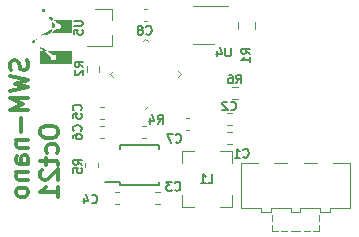
<source format=gbo>
G04 #@! TF.GenerationSoftware,KiCad,Pcbnew,(5.1.10)-1*
G04 #@! TF.CreationDate,2021-10-05T14:15:47-05:00*
G04 #@! TF.ProjectId,wireless_measurement_ard,77697265-6c65-4737-935f-6d6561737572,rev?*
G04 #@! TF.SameCoordinates,Original*
G04 #@! TF.FileFunction,Legend,Bot*
G04 #@! TF.FilePolarity,Positive*
%FSLAX46Y46*%
G04 Gerber Fmt 4.6, Leading zero omitted, Abs format (unit mm)*
G04 Created by KiCad (PCBNEW (5.1.10)-1) date 2021-10-05 14:15:47*
%MOMM*%
%LPD*%
G01*
G04 APERTURE LIST*
%ADD10C,0.300000*%
%ADD11C,0.010000*%
%ADD12C,0.150000*%
%ADD13C,0.120000*%
%ADD14R,1.400000X0.300000*%
%ADD15R,0.900000X0.800000*%
%ADD16O,1.700000X1.700000*%
%ADD17R,1.700000X1.700000*%
%ADD18C,0.900000*%
%ADD19R,1.250000X2.500000*%
%ADD20C,0.100000*%
%ADD21R,1.560000X0.650000*%
%ADD22R,3.600000X1.500000*%
G04 APERTURE END LIST*
D10*
X112666942Y-79997457D02*
X112738371Y-80211742D01*
X112738371Y-80568885D01*
X112666942Y-80711742D01*
X112595514Y-80783171D01*
X112452657Y-80854600D01*
X112309800Y-80854600D01*
X112166942Y-80783171D01*
X112095514Y-80711742D01*
X112024085Y-80568885D01*
X111952657Y-80283171D01*
X111881228Y-80140314D01*
X111809800Y-80068885D01*
X111666942Y-79997457D01*
X111524085Y-79997457D01*
X111381228Y-80068885D01*
X111309800Y-80140314D01*
X111238371Y-80283171D01*
X111238371Y-80640314D01*
X111309800Y-80854600D01*
X111238371Y-81354600D02*
X112738371Y-81711742D01*
X111666942Y-81997457D01*
X112738371Y-82283171D01*
X111238371Y-82640314D01*
X112738371Y-83211742D02*
X111238371Y-83211742D01*
X112309800Y-83711742D01*
X111238371Y-84211742D01*
X112738371Y-84211742D01*
X112166942Y-84926028D02*
X112166942Y-86068885D01*
X111738371Y-86783171D02*
X112738371Y-86783171D01*
X111881228Y-86783171D02*
X111809800Y-86854600D01*
X111738371Y-86997457D01*
X111738371Y-87211742D01*
X111809800Y-87354600D01*
X111952657Y-87426028D01*
X112738371Y-87426028D01*
X112738371Y-88783171D02*
X111952657Y-88783171D01*
X111809800Y-88711742D01*
X111738371Y-88568885D01*
X111738371Y-88283171D01*
X111809800Y-88140314D01*
X112666942Y-88783171D02*
X112738371Y-88640314D01*
X112738371Y-88283171D01*
X112666942Y-88140314D01*
X112524085Y-88068885D01*
X112381228Y-88068885D01*
X112238371Y-88140314D01*
X112166942Y-88283171D01*
X112166942Y-88640314D01*
X112095514Y-88783171D01*
X111738371Y-89497457D02*
X112738371Y-89497457D01*
X111881228Y-89497457D02*
X111809800Y-89568885D01*
X111738371Y-89711742D01*
X111738371Y-89926028D01*
X111809800Y-90068885D01*
X111952657Y-90140314D01*
X112738371Y-90140314D01*
X112738371Y-91068885D02*
X112666942Y-90926028D01*
X112595514Y-90854600D01*
X112452657Y-90783171D01*
X112024085Y-90783171D01*
X111881228Y-90854600D01*
X111809800Y-90926028D01*
X111738371Y-91068885D01*
X111738371Y-91283171D01*
X111809800Y-91426028D01*
X111881228Y-91497457D01*
X112024085Y-91568885D01*
X112452657Y-91568885D01*
X112595514Y-91497457D01*
X112666942Y-91426028D01*
X112738371Y-91283171D01*
X112738371Y-91068885D01*
X113788371Y-85926028D02*
X113788371Y-86211742D01*
X113859800Y-86354600D01*
X114002657Y-86497457D01*
X114288371Y-86568885D01*
X114788371Y-86568885D01*
X115074085Y-86497457D01*
X115216942Y-86354600D01*
X115288371Y-86211742D01*
X115288371Y-85926028D01*
X115216942Y-85783171D01*
X115074085Y-85640314D01*
X114788371Y-85568885D01*
X114288371Y-85568885D01*
X114002657Y-85640314D01*
X113859800Y-85783171D01*
X113788371Y-85926028D01*
X115216942Y-87854600D02*
X115288371Y-87711742D01*
X115288371Y-87426028D01*
X115216942Y-87283171D01*
X115145514Y-87211742D01*
X115002657Y-87140314D01*
X114574085Y-87140314D01*
X114431228Y-87211742D01*
X114359800Y-87283171D01*
X114288371Y-87426028D01*
X114288371Y-87711742D01*
X114359800Y-87854600D01*
X114288371Y-88283171D02*
X114288371Y-88854600D01*
X113788371Y-88497457D02*
X115074085Y-88497457D01*
X115216942Y-88568885D01*
X115288371Y-88711742D01*
X115288371Y-88854600D01*
X113931228Y-89283171D02*
X113859800Y-89354600D01*
X113788371Y-89497457D01*
X113788371Y-89854600D01*
X113859800Y-89997457D01*
X113931228Y-90068885D01*
X114074085Y-90140314D01*
X114216942Y-90140314D01*
X114431228Y-90068885D01*
X115288371Y-89211742D01*
X115288371Y-90140314D01*
X115288371Y-91568885D02*
X115288371Y-90711742D01*
X115288371Y-91140314D02*
X113788371Y-91140314D01*
X114002657Y-90997457D01*
X114145514Y-90854600D01*
X114216942Y-90711742D01*
D11*
G36*
X112972465Y-78312634D02*
G01*
X113021413Y-78250124D01*
X113096436Y-78212775D01*
X113183177Y-78206699D01*
X113207190Y-78207966D01*
X113232430Y-78205649D01*
X113262598Y-78197804D01*
X113301395Y-78182487D01*
X113352524Y-78157751D01*
X113419685Y-78121653D01*
X113506579Y-78072249D01*
X113616908Y-78007593D01*
X113754373Y-77925741D01*
X113922675Y-77824748D01*
X114008958Y-77772839D01*
X114744500Y-77330147D01*
X114744013Y-76988382D01*
X114743526Y-76646616D01*
X114400055Y-76291146D01*
X114290328Y-76177918D01*
X114205471Y-76091670D01*
X114141128Y-76028756D01*
X114092941Y-75985531D01*
X114056553Y-75958351D01*
X114027607Y-75943570D01*
X114001745Y-75937543D01*
X113976246Y-75936605D01*
X113892518Y-75918975D01*
X113827366Y-75870312D01*
X113787118Y-75800105D01*
X113778103Y-75717843D01*
X113792520Y-75661113D01*
X113825227Y-75605489D01*
X113863127Y-75566273D01*
X113927220Y-75541703D01*
X114006988Y-75536989D01*
X114080317Y-75552911D01*
X114091517Y-75558237D01*
X114136116Y-75601972D01*
X114169367Y-75670054D01*
X114184158Y-75744710D01*
X114181600Y-75783411D01*
X114180017Y-75804641D01*
X114185964Y-75828504D01*
X114202705Y-75859150D01*
X114233505Y-75900726D01*
X114281629Y-75957381D01*
X114350341Y-76033262D01*
X114442907Y-76132519D01*
X114524130Y-76218644D01*
X114878696Y-76593700D01*
X116416667Y-76593700D01*
X116416667Y-77588533D01*
X115580584Y-77588533D01*
X115368192Y-77588371D01*
X115194400Y-77587791D01*
X115055475Y-77586651D01*
X114947684Y-77584809D01*
X114867294Y-77582123D01*
X114810572Y-77578452D01*
X114788955Y-77575634D01*
X114788955Y-77447300D01*
X114822793Y-77432679D01*
X114879496Y-77400378D01*
X114964961Y-77348517D01*
X114992910Y-77331420D01*
X115066438Y-77288904D01*
X115116400Y-77267723D01*
X115153494Y-77264350D01*
X115177327Y-77270619D01*
X115250686Y-77278060D01*
X115324339Y-77253349D01*
X115381302Y-77202978D01*
X115389736Y-77189413D01*
X115415711Y-77130847D01*
X115417432Y-77081547D01*
X115401576Y-77030008D01*
X115366605Y-76981629D01*
X115310052Y-76940870D01*
X115248674Y-76917578D01*
X115209912Y-76917400D01*
X115176637Y-76908857D01*
X115122466Y-76869944D01*
X115045422Y-76799162D01*
X115017122Y-76771055D01*
X114927099Y-76685753D01*
X114859423Y-76633439D01*
X114815109Y-76614895D01*
X114813822Y-76614866D01*
X114776352Y-76620623D01*
X114765667Y-76630273D01*
X114779697Y-76650748D01*
X114817633Y-76694062D01*
X114873243Y-76753324D01*
X114923600Y-76804898D01*
X115081532Y-76964116D01*
X115066386Y-77068740D01*
X115057002Y-77122289D01*
X115042071Y-77159682D01*
X115013197Y-77191037D01*
X114961984Y-77226473D01*
X114908453Y-77259060D01*
X114834864Y-77305369D01*
X114791494Y-77339879D01*
X114770907Y-77370132D01*
X114765667Y-77403671D01*
X114765667Y-77403890D01*
X114766289Y-77431025D01*
X114772086Y-77446122D01*
X114788955Y-77447300D01*
X114788955Y-77575634D01*
X114773786Y-77573655D01*
X114753203Y-77567588D01*
X114745090Y-77560111D01*
X114744500Y-77556783D01*
X114735920Y-77528893D01*
X114728625Y-77525562D01*
X114707531Y-77536291D01*
X114654364Y-77566619D01*
X114573210Y-77614125D01*
X114468153Y-77676385D01*
X114343276Y-77750981D01*
X114202664Y-77835489D01*
X114050400Y-77927489D01*
X114037157Y-77935513D01*
X113861931Y-78041912D01*
X113719649Y-78128955D01*
X113606907Y-78198990D01*
X113520301Y-78254366D01*
X113456429Y-78297431D01*
X113411888Y-78330532D01*
X113383275Y-78356019D01*
X113367185Y-78376239D01*
X113360218Y-78393541D01*
X113359002Y-78403460D01*
X113361123Y-78422299D01*
X113371377Y-78443900D01*
X113393176Y-78471317D01*
X113429931Y-78507605D01*
X113485052Y-78555820D01*
X113561952Y-78619016D01*
X113664040Y-78700249D01*
X113794728Y-78802572D01*
X113870246Y-78861341D01*
X114384053Y-79260700D01*
X116416667Y-79260700D01*
X116416667Y-80255533D01*
X114872183Y-80255533D01*
X114872183Y-79914809D01*
X114949684Y-79883530D01*
X114962479Y-79874111D01*
X115010126Y-79812712D01*
X115025194Y-79737949D01*
X115008544Y-79662415D01*
X114961035Y-79598704D01*
X114942710Y-79584954D01*
X114868308Y-79560905D01*
X114819561Y-79563358D01*
X114784497Y-79566060D01*
X114750212Y-79558973D01*
X114708593Y-79537881D01*
X114651530Y-79498569D01*
X114570912Y-79436820D01*
X114560679Y-79428808D01*
X114468238Y-79358914D01*
X114399678Y-79313880D01*
X114347952Y-79289658D01*
X114306011Y-79282202D01*
X114305292Y-79282197D01*
X114258437Y-79284450D01*
X114236690Y-79290379D01*
X114236500Y-79291062D01*
X114252276Y-79306683D01*
X114295463Y-79342961D01*
X114359853Y-79394831D01*
X114439238Y-79457225D01*
X114457368Y-79471296D01*
X114546875Y-79541068D01*
X114607838Y-79590972D01*
X114645309Y-79626900D01*
X114664339Y-79654744D01*
X114669980Y-79680395D01*
X114667283Y-79709744D01*
X114666424Y-79715118D01*
X114663956Y-79768496D01*
X114682572Y-79811322D01*
X114719095Y-79852385D01*
X114794210Y-79904328D01*
X114872183Y-79914809D01*
X114872183Y-80255533D01*
X113770834Y-80255533D01*
X113770834Y-79262348D01*
X114132748Y-79250116D01*
X113707967Y-78922033D01*
X113577568Y-78821503D01*
X113475911Y-78744018D01*
X113398299Y-78686665D01*
X113340034Y-78646531D01*
X113296417Y-78620704D01*
X113262750Y-78606269D01*
X113234336Y-78600314D01*
X113206476Y-78599926D01*
X113190217Y-78600989D01*
X113095431Y-78596733D01*
X113028239Y-78564542D01*
X112981376Y-78500502D01*
X112974249Y-78484598D01*
X112954956Y-78393170D01*
X112972465Y-78312634D01*
G37*
X112972465Y-78312634D02*
X113021413Y-78250124D01*
X113096436Y-78212775D01*
X113183177Y-78206699D01*
X113207190Y-78207966D01*
X113232430Y-78205649D01*
X113262598Y-78197804D01*
X113301395Y-78182487D01*
X113352524Y-78157751D01*
X113419685Y-78121653D01*
X113506579Y-78072249D01*
X113616908Y-78007593D01*
X113754373Y-77925741D01*
X113922675Y-77824748D01*
X114008958Y-77772839D01*
X114744500Y-77330147D01*
X114744013Y-76988382D01*
X114743526Y-76646616D01*
X114400055Y-76291146D01*
X114290328Y-76177918D01*
X114205471Y-76091670D01*
X114141128Y-76028756D01*
X114092941Y-75985531D01*
X114056553Y-75958351D01*
X114027607Y-75943570D01*
X114001745Y-75937543D01*
X113976246Y-75936605D01*
X113892518Y-75918975D01*
X113827366Y-75870312D01*
X113787118Y-75800105D01*
X113778103Y-75717843D01*
X113792520Y-75661113D01*
X113825227Y-75605489D01*
X113863127Y-75566273D01*
X113927220Y-75541703D01*
X114006988Y-75536989D01*
X114080317Y-75552911D01*
X114091517Y-75558237D01*
X114136116Y-75601972D01*
X114169367Y-75670054D01*
X114184158Y-75744710D01*
X114181600Y-75783411D01*
X114180017Y-75804641D01*
X114185964Y-75828504D01*
X114202705Y-75859150D01*
X114233505Y-75900726D01*
X114281629Y-75957381D01*
X114350341Y-76033262D01*
X114442907Y-76132519D01*
X114524130Y-76218644D01*
X114878696Y-76593700D01*
X116416667Y-76593700D01*
X116416667Y-77588533D01*
X115580584Y-77588533D01*
X115368192Y-77588371D01*
X115194400Y-77587791D01*
X115055475Y-77586651D01*
X114947684Y-77584809D01*
X114867294Y-77582123D01*
X114810572Y-77578452D01*
X114788955Y-77575634D01*
X114788955Y-77447300D01*
X114822793Y-77432679D01*
X114879496Y-77400378D01*
X114964961Y-77348517D01*
X114992910Y-77331420D01*
X115066438Y-77288904D01*
X115116400Y-77267723D01*
X115153494Y-77264350D01*
X115177327Y-77270619D01*
X115250686Y-77278060D01*
X115324339Y-77253349D01*
X115381302Y-77202978D01*
X115389736Y-77189413D01*
X115415711Y-77130847D01*
X115417432Y-77081547D01*
X115401576Y-77030008D01*
X115366605Y-76981629D01*
X115310052Y-76940870D01*
X115248674Y-76917578D01*
X115209912Y-76917400D01*
X115176637Y-76908857D01*
X115122466Y-76869944D01*
X115045422Y-76799162D01*
X115017122Y-76771055D01*
X114927099Y-76685753D01*
X114859423Y-76633439D01*
X114815109Y-76614895D01*
X114813822Y-76614866D01*
X114776352Y-76620623D01*
X114765667Y-76630273D01*
X114779697Y-76650748D01*
X114817633Y-76694062D01*
X114873243Y-76753324D01*
X114923600Y-76804898D01*
X115081532Y-76964116D01*
X115066386Y-77068740D01*
X115057002Y-77122289D01*
X115042071Y-77159682D01*
X115013197Y-77191037D01*
X114961984Y-77226473D01*
X114908453Y-77259060D01*
X114834864Y-77305369D01*
X114791494Y-77339879D01*
X114770907Y-77370132D01*
X114765667Y-77403671D01*
X114765667Y-77403890D01*
X114766289Y-77431025D01*
X114772086Y-77446122D01*
X114788955Y-77447300D01*
X114788955Y-77575634D01*
X114773786Y-77573655D01*
X114753203Y-77567588D01*
X114745090Y-77560111D01*
X114744500Y-77556783D01*
X114735920Y-77528893D01*
X114728625Y-77525562D01*
X114707531Y-77536291D01*
X114654364Y-77566619D01*
X114573210Y-77614125D01*
X114468153Y-77676385D01*
X114343276Y-77750981D01*
X114202664Y-77835489D01*
X114050400Y-77927489D01*
X114037157Y-77935513D01*
X113861931Y-78041912D01*
X113719649Y-78128955D01*
X113606907Y-78198990D01*
X113520301Y-78254366D01*
X113456429Y-78297431D01*
X113411888Y-78330532D01*
X113383275Y-78356019D01*
X113367185Y-78376239D01*
X113360218Y-78393541D01*
X113359002Y-78403460D01*
X113361123Y-78422299D01*
X113371377Y-78443900D01*
X113393176Y-78471317D01*
X113429931Y-78507605D01*
X113485052Y-78555820D01*
X113561952Y-78619016D01*
X113664040Y-78700249D01*
X113794728Y-78802572D01*
X113870246Y-78861341D01*
X114384053Y-79260700D01*
X116416667Y-79260700D01*
X116416667Y-80255533D01*
X114872183Y-80255533D01*
X114872183Y-79914809D01*
X114949684Y-79883530D01*
X114962479Y-79874111D01*
X115010126Y-79812712D01*
X115025194Y-79737949D01*
X115008544Y-79662415D01*
X114961035Y-79598704D01*
X114942710Y-79584954D01*
X114868308Y-79560905D01*
X114819561Y-79563358D01*
X114784497Y-79566060D01*
X114750212Y-79558973D01*
X114708593Y-79537881D01*
X114651530Y-79498569D01*
X114570912Y-79436820D01*
X114560679Y-79428808D01*
X114468238Y-79358914D01*
X114399678Y-79313880D01*
X114347952Y-79289658D01*
X114306011Y-79282202D01*
X114305292Y-79282197D01*
X114258437Y-79284450D01*
X114236690Y-79290379D01*
X114236500Y-79291062D01*
X114252276Y-79306683D01*
X114295463Y-79342961D01*
X114359853Y-79394831D01*
X114439238Y-79457225D01*
X114457368Y-79471296D01*
X114546875Y-79541068D01*
X114607838Y-79590972D01*
X114645309Y-79626900D01*
X114664339Y-79654744D01*
X114669980Y-79680395D01*
X114667283Y-79709744D01*
X114666424Y-79715118D01*
X114663956Y-79768496D01*
X114682572Y-79811322D01*
X114719095Y-79852385D01*
X114794210Y-79904328D01*
X114872183Y-79914809D01*
X114872183Y-80255533D01*
X113770834Y-80255533D01*
X113770834Y-79262348D01*
X114132748Y-79250116D01*
X113707967Y-78922033D01*
X113577568Y-78821503D01*
X113475911Y-78744018D01*
X113398299Y-78686665D01*
X113340034Y-78646531D01*
X113296417Y-78620704D01*
X113262750Y-78606269D01*
X113234336Y-78600314D01*
X113206476Y-78599926D01*
X113190217Y-78600989D01*
X113095431Y-78596733D01*
X113028239Y-78564542D01*
X112981376Y-78500502D01*
X112974249Y-78484598D01*
X112954956Y-78393170D01*
X112972465Y-78312634D01*
D12*
X120499000Y-90350000D02*
X119274000Y-90350000D01*
X120499000Y-87225000D02*
X123849000Y-87225000D01*
X120499000Y-90575000D02*
X123849000Y-90575000D01*
X120499000Y-87225000D02*
X120499000Y-87525000D01*
X123849000Y-87225000D02*
X123849000Y-87525000D01*
X123849000Y-90575000D02*
X123849000Y-90275000D01*
X120499000Y-90575000D02*
X120499000Y-90350000D01*
D13*
X130506400Y-77324852D02*
X130506400Y-76802348D01*
X131926400Y-77324852D02*
X131926400Y-76802348D01*
X119886000Y-75636000D02*
X119886000Y-76566000D01*
X119886000Y-78796000D02*
X119886000Y-77866000D01*
X119886000Y-78796000D02*
X117726000Y-78796000D01*
X119886000Y-75636000D02*
X118426000Y-75636000D01*
X118759500Y-81026724D02*
X118759500Y-80517276D01*
X117714500Y-81026724D02*
X117714500Y-80517276D01*
X122828267Y-75690000D02*
X122535733Y-75690000D01*
X122828267Y-76710000D02*
X122535733Y-76710000D01*
X126383167Y-85930200D02*
X126090633Y-85930200D01*
X126383167Y-84910200D02*
X126090633Y-84910200D01*
X135782000Y-94434000D02*
X135782000Y-94434000D01*
X134982000Y-94434000D02*
X135782000Y-94434000D01*
X134682000Y-94434000D02*
X134682000Y-94434000D01*
X134182000Y-94434000D02*
X134682000Y-94434000D01*
X136082000Y-94434000D02*
X136082000Y-94434000D01*
X136582000Y-94434000D02*
X136082000Y-94434000D01*
X137382000Y-93134000D02*
X137382000Y-93134000D01*
X137382000Y-93634000D02*
X137382000Y-93134000D01*
X133382000Y-93134000D02*
X133382000Y-93134000D01*
X133382000Y-93634000D02*
X133382000Y-93134000D01*
X133382000Y-93934000D02*
X133382000Y-93934000D01*
X133382000Y-94434000D02*
X133382000Y-93934000D01*
X133882000Y-94434000D02*
X133882000Y-94434000D01*
X133382000Y-94434000D02*
X133882000Y-94434000D01*
X136882000Y-94434000D02*
X136882000Y-94434000D01*
X137382000Y-94434000D02*
X136882000Y-94434000D01*
X137382000Y-93934000D02*
X137382000Y-93934000D01*
X137382000Y-94434000D02*
X137382000Y-93934000D01*
X139982000Y-92534000D02*
X139982000Y-92534000D01*
X138282000Y-92534000D02*
X139982000Y-92534000D01*
X138282000Y-92834000D02*
X138282000Y-92534000D01*
X137482000Y-92834000D02*
X138282000Y-92834000D01*
X137482000Y-92534000D02*
X137482000Y-92834000D01*
X135782000Y-92534000D02*
X137482000Y-92534000D01*
X135782000Y-92834000D02*
X135782000Y-92534000D01*
X134982000Y-92834000D02*
X135782000Y-92834000D01*
X134982000Y-92534000D02*
X134982000Y-92834000D01*
X133282000Y-92534000D02*
X134982000Y-92534000D01*
X133282000Y-92834000D02*
X133282000Y-92534000D01*
X132482000Y-92834000D02*
X133282000Y-92834000D01*
X132482000Y-92534000D02*
X132482000Y-92834000D01*
X130782000Y-92534000D02*
X132482000Y-92534000D01*
X137182000Y-88734000D02*
X137182000Y-88734000D01*
X136082000Y-88734000D02*
X137182000Y-88734000D01*
X134682000Y-88734000D02*
X134682000Y-88734000D01*
X133582000Y-88734000D02*
X134682000Y-88734000D01*
X139982000Y-88734000D02*
X138582000Y-88734000D01*
X139982000Y-92534000D02*
X139982000Y-88734000D01*
X130782000Y-88734000D02*
X130782000Y-92534000D01*
X132182000Y-88734000D02*
X130782000Y-88734000D01*
X122929487Y-83889503D02*
X122682000Y-84136991D01*
X122682000Y-78169009D02*
X122929487Y-78416497D01*
X122434513Y-78416497D02*
X122682000Y-78169009D01*
X119698009Y-81153000D02*
X119945497Y-81400487D01*
X119945497Y-80905513D02*
X119698009Y-81153000D01*
X125665991Y-81153000D02*
X125418503Y-80905513D01*
X125418503Y-81400487D02*
X125665991Y-81153000D01*
X128488000Y-78622800D02*
X126688000Y-78622800D01*
X126688000Y-75402800D02*
X129638000Y-75402800D01*
X125779000Y-92427000D02*
X125779000Y-91402000D01*
X125779000Y-87657000D02*
X125779000Y-88682000D01*
X125779000Y-92427000D02*
X126804000Y-92427000D01*
X125779000Y-87657000D02*
X126804000Y-87657000D01*
X129999000Y-87657000D02*
X128974000Y-87657000D01*
X129999000Y-87657000D02*
X129999000Y-88682000D01*
X129999000Y-92427000D02*
X129999000Y-91402000D01*
X129999000Y-92427000D02*
X128974000Y-92427000D01*
X130047276Y-82281500D02*
X130556724Y-82281500D01*
X130047276Y-83326500D02*
X130556724Y-83326500D01*
X119170267Y-86616000D02*
X118827733Y-86616000D01*
X119170267Y-85596000D02*
X118827733Y-85596000D01*
X119170267Y-84965000D02*
X118827733Y-84965000D01*
X119170267Y-83945000D02*
X118827733Y-83945000D01*
X117600000Y-89071267D02*
X117600000Y-88728733D01*
X118620000Y-89071267D02*
X118620000Y-88728733D01*
X122726267Y-86616000D02*
X122383733Y-86616000D01*
X122726267Y-85596000D02*
X122383733Y-85596000D01*
X123869267Y-92204000D02*
X123526733Y-92204000D01*
X123869267Y-91184000D02*
X123526733Y-91184000D01*
X129622733Y-84453000D02*
X129965267Y-84453000D01*
X129622733Y-85473000D02*
X129965267Y-85473000D01*
X120454267Y-92204000D02*
X120111733Y-92204000D01*
X120454267Y-91184000D02*
X120111733Y-91184000D01*
X129622733Y-86104000D02*
X129965267Y-86104000D01*
X129622733Y-87124000D02*
X129965267Y-87124000D01*
D12*
X131555685Y-79453200D02*
X131198542Y-79203200D01*
X131555685Y-79024628D02*
X130805685Y-79024628D01*
X130805685Y-79310342D01*
X130841400Y-79381771D01*
X130877114Y-79417485D01*
X130948542Y-79453200D01*
X131055685Y-79453200D01*
X131127114Y-79417485D01*
X131162828Y-79381771D01*
X131198542Y-79310342D01*
X131198542Y-79024628D01*
X131555685Y-80167485D02*
X131555685Y-79738914D01*
X131555685Y-79953200D02*
X130805685Y-79953200D01*
X130912828Y-79881771D01*
X130984257Y-79810342D01*
X131019971Y-79738914D01*
X116632485Y-76669971D02*
X117239628Y-76669971D01*
X117311057Y-76705685D01*
X117346771Y-76741400D01*
X117382485Y-76812828D01*
X117382485Y-76955685D01*
X117346771Y-77027114D01*
X117311057Y-77062828D01*
X117239628Y-77098542D01*
X116632485Y-77098542D01*
X116632485Y-77812828D02*
X116632485Y-77455685D01*
X116989628Y-77419971D01*
X116953914Y-77455685D01*
X116918200Y-77527114D01*
X116918200Y-77705685D01*
X116953914Y-77777114D01*
X116989628Y-77812828D01*
X117061057Y-77848542D01*
X117239628Y-77848542D01*
X117311057Y-77812828D01*
X117346771Y-77777114D01*
X117382485Y-77705685D01*
X117382485Y-77527114D01*
X117346771Y-77455685D01*
X117311057Y-77419971D01*
X117433285Y-80570800D02*
X117076142Y-80320800D01*
X117433285Y-80142228D02*
X116683285Y-80142228D01*
X116683285Y-80427942D01*
X116719000Y-80499371D01*
X116754714Y-80535085D01*
X116826142Y-80570800D01*
X116933285Y-80570800D01*
X117004714Y-80535085D01*
X117040428Y-80499371D01*
X117076142Y-80427942D01*
X117076142Y-80142228D01*
X116754714Y-80856514D02*
X116719000Y-80892228D01*
X116683285Y-80963657D01*
X116683285Y-81142228D01*
X116719000Y-81213657D01*
X116754714Y-81249371D01*
X116826142Y-81285085D01*
X116897571Y-81285085D01*
X117004714Y-81249371D01*
X117433285Y-80820800D01*
X117433285Y-81285085D01*
X122730800Y-77763257D02*
X122766514Y-77798971D01*
X122873657Y-77834685D01*
X122945085Y-77834685D01*
X123052228Y-77798971D01*
X123123657Y-77727542D01*
X123159371Y-77656114D01*
X123195085Y-77513257D01*
X123195085Y-77406114D01*
X123159371Y-77263257D01*
X123123657Y-77191828D01*
X123052228Y-77120400D01*
X122945085Y-77084685D01*
X122873657Y-77084685D01*
X122766514Y-77120400D01*
X122730800Y-77156114D01*
X122302228Y-77406114D02*
X122373657Y-77370400D01*
X122409371Y-77334685D01*
X122445085Y-77263257D01*
X122445085Y-77227542D01*
X122409371Y-77156114D01*
X122373657Y-77120400D01*
X122302228Y-77084685D01*
X122159371Y-77084685D01*
X122087942Y-77120400D01*
X122052228Y-77156114D01*
X122016514Y-77227542D01*
X122016514Y-77263257D01*
X122052228Y-77334685D01*
X122087942Y-77370400D01*
X122159371Y-77406114D01*
X122302228Y-77406114D01*
X122373657Y-77441828D01*
X122409371Y-77477542D01*
X122445085Y-77548971D01*
X122445085Y-77691828D01*
X122409371Y-77763257D01*
X122373657Y-77798971D01*
X122302228Y-77834685D01*
X122159371Y-77834685D01*
X122087942Y-77798971D01*
X122052228Y-77763257D01*
X122016514Y-77691828D01*
X122016514Y-77548971D01*
X122052228Y-77477542D01*
X122087942Y-77441828D01*
X122159371Y-77406114D01*
X125245400Y-86907257D02*
X125281114Y-86942971D01*
X125388257Y-86978685D01*
X125459685Y-86978685D01*
X125566828Y-86942971D01*
X125638257Y-86871542D01*
X125673971Y-86800114D01*
X125709685Y-86657257D01*
X125709685Y-86550114D01*
X125673971Y-86407257D01*
X125638257Y-86335828D01*
X125566828Y-86264400D01*
X125459685Y-86228685D01*
X125388257Y-86228685D01*
X125281114Y-86264400D01*
X125245400Y-86300114D01*
X124995400Y-86228685D02*
X124495400Y-86228685D01*
X124816828Y-86978685D01*
X129882828Y-78938885D02*
X129882828Y-79546028D01*
X129847114Y-79617457D01*
X129811400Y-79653171D01*
X129739971Y-79688885D01*
X129597114Y-79688885D01*
X129525685Y-79653171D01*
X129489971Y-79617457D01*
X129454257Y-79546028D01*
X129454257Y-78938885D01*
X128775685Y-79188885D02*
X128775685Y-79688885D01*
X128954257Y-78903171D02*
X129132828Y-79438885D01*
X128668542Y-79438885D01*
X127988600Y-90407685D02*
X128345742Y-90407685D01*
X128345742Y-89657685D01*
X127345742Y-90407685D02*
X127774314Y-90407685D01*
X127560028Y-90407685D02*
X127560028Y-89657685D01*
X127631457Y-89764828D01*
X127702885Y-89836257D01*
X127774314Y-89871971D01*
X130376200Y-81974885D02*
X130626200Y-81617742D01*
X130804771Y-81974885D02*
X130804771Y-81224885D01*
X130519057Y-81224885D01*
X130447628Y-81260600D01*
X130411914Y-81296314D01*
X130376200Y-81367742D01*
X130376200Y-81474885D01*
X130411914Y-81546314D01*
X130447628Y-81582028D01*
X130519057Y-81617742D01*
X130804771Y-81617742D01*
X129733342Y-81224885D02*
X129876200Y-81224885D01*
X129947628Y-81260600D01*
X129983342Y-81296314D01*
X130054771Y-81403457D01*
X130090485Y-81546314D01*
X130090485Y-81832028D01*
X130054771Y-81903457D01*
X130019057Y-81939171D01*
X129947628Y-81974885D01*
X129804771Y-81974885D01*
X129733342Y-81939171D01*
X129697628Y-81903457D01*
X129661914Y-81832028D01*
X129661914Y-81653457D01*
X129697628Y-81582028D01*
X129733342Y-81546314D01*
X129804771Y-81510600D01*
X129947628Y-81510600D01*
X130019057Y-81546314D01*
X130054771Y-81582028D01*
X130090485Y-81653457D01*
X117209457Y-85981000D02*
X117245171Y-85945285D01*
X117280885Y-85838142D01*
X117280885Y-85766714D01*
X117245171Y-85659571D01*
X117173742Y-85588142D01*
X117102314Y-85552428D01*
X116959457Y-85516714D01*
X116852314Y-85516714D01*
X116709457Y-85552428D01*
X116638028Y-85588142D01*
X116566600Y-85659571D01*
X116530885Y-85766714D01*
X116530885Y-85838142D01*
X116566600Y-85945285D01*
X116602314Y-85981000D01*
X116530885Y-86623857D02*
X116530885Y-86481000D01*
X116566600Y-86409571D01*
X116602314Y-86373857D01*
X116709457Y-86302428D01*
X116852314Y-86266714D01*
X117138028Y-86266714D01*
X117209457Y-86302428D01*
X117245171Y-86338142D01*
X117280885Y-86409571D01*
X117280885Y-86552428D01*
X117245171Y-86623857D01*
X117209457Y-86659571D01*
X117138028Y-86695285D01*
X116959457Y-86695285D01*
X116888028Y-86659571D01*
X116852314Y-86623857D01*
X116816600Y-86552428D01*
X116816600Y-86409571D01*
X116852314Y-86338142D01*
X116888028Y-86302428D01*
X116959457Y-86266714D01*
X117209457Y-84228400D02*
X117245171Y-84192685D01*
X117280885Y-84085542D01*
X117280885Y-84014114D01*
X117245171Y-83906971D01*
X117173742Y-83835542D01*
X117102314Y-83799828D01*
X116959457Y-83764114D01*
X116852314Y-83764114D01*
X116709457Y-83799828D01*
X116638028Y-83835542D01*
X116566600Y-83906971D01*
X116530885Y-84014114D01*
X116530885Y-84085542D01*
X116566600Y-84192685D01*
X116602314Y-84228400D01*
X116530885Y-84906971D02*
X116530885Y-84549828D01*
X116888028Y-84514114D01*
X116852314Y-84549828D01*
X116816600Y-84621257D01*
X116816600Y-84799828D01*
X116852314Y-84871257D01*
X116888028Y-84906971D01*
X116959457Y-84942685D01*
X117138028Y-84942685D01*
X117209457Y-84906971D01*
X117245171Y-84871257D01*
X117280885Y-84799828D01*
X117280885Y-84621257D01*
X117245171Y-84549828D01*
X117209457Y-84514114D01*
X117331685Y-88851200D02*
X116974542Y-88601200D01*
X117331685Y-88422628D02*
X116581685Y-88422628D01*
X116581685Y-88708342D01*
X116617400Y-88779771D01*
X116653114Y-88815485D01*
X116724542Y-88851200D01*
X116831685Y-88851200D01*
X116903114Y-88815485D01*
X116938828Y-88779771D01*
X116974542Y-88708342D01*
X116974542Y-88422628D01*
X116581685Y-89529771D02*
X116581685Y-89172628D01*
X116938828Y-89136914D01*
X116903114Y-89172628D01*
X116867400Y-89244057D01*
X116867400Y-89422628D01*
X116903114Y-89494057D01*
X116938828Y-89529771D01*
X117010257Y-89565485D01*
X117188828Y-89565485D01*
X117260257Y-89529771D01*
X117295971Y-89494057D01*
X117331685Y-89422628D01*
X117331685Y-89244057D01*
X117295971Y-89172628D01*
X117260257Y-89136914D01*
X123721400Y-85378485D02*
X123971400Y-85021342D01*
X124149971Y-85378485D02*
X124149971Y-84628485D01*
X123864257Y-84628485D01*
X123792828Y-84664200D01*
X123757114Y-84699914D01*
X123721400Y-84771342D01*
X123721400Y-84878485D01*
X123757114Y-84949914D01*
X123792828Y-84985628D01*
X123864257Y-85021342D01*
X124149971Y-85021342D01*
X123078542Y-84878485D02*
X123078542Y-85378485D01*
X123257114Y-84592771D02*
X123435685Y-85128485D01*
X122971400Y-85128485D01*
X125169200Y-90996657D02*
X125204914Y-91032371D01*
X125312057Y-91068085D01*
X125383485Y-91068085D01*
X125490628Y-91032371D01*
X125562057Y-90960942D01*
X125597771Y-90889514D01*
X125633485Y-90746657D01*
X125633485Y-90639514D01*
X125597771Y-90496657D01*
X125562057Y-90425228D01*
X125490628Y-90353800D01*
X125383485Y-90318085D01*
X125312057Y-90318085D01*
X125204914Y-90353800D01*
X125169200Y-90389514D01*
X124919200Y-90318085D02*
X124454914Y-90318085D01*
X124704914Y-90603800D01*
X124597771Y-90603800D01*
X124526342Y-90639514D01*
X124490628Y-90675228D01*
X124454914Y-90746657D01*
X124454914Y-90925228D01*
X124490628Y-90996657D01*
X124526342Y-91032371D01*
X124597771Y-91068085D01*
X124812057Y-91068085D01*
X124883485Y-91032371D01*
X124919200Y-90996657D01*
X129893600Y-84189457D02*
X129929314Y-84225171D01*
X130036457Y-84260885D01*
X130107885Y-84260885D01*
X130215028Y-84225171D01*
X130286457Y-84153742D01*
X130322171Y-84082314D01*
X130357885Y-83939457D01*
X130357885Y-83832314D01*
X130322171Y-83689457D01*
X130286457Y-83618028D01*
X130215028Y-83546600D01*
X130107885Y-83510885D01*
X130036457Y-83510885D01*
X129929314Y-83546600D01*
X129893600Y-83582314D01*
X129607885Y-83582314D02*
X129572171Y-83546600D01*
X129500742Y-83510885D01*
X129322171Y-83510885D01*
X129250742Y-83546600D01*
X129215028Y-83582314D01*
X129179314Y-83653742D01*
X129179314Y-83725171D01*
X129215028Y-83832314D01*
X129643600Y-84260885D01*
X129179314Y-84260885D01*
X118133400Y-92063457D02*
X118169114Y-92099171D01*
X118276257Y-92134885D01*
X118347685Y-92134885D01*
X118454828Y-92099171D01*
X118526257Y-92027742D01*
X118561971Y-91956314D01*
X118597685Y-91813457D01*
X118597685Y-91706314D01*
X118561971Y-91563457D01*
X118526257Y-91492028D01*
X118454828Y-91420600D01*
X118347685Y-91384885D01*
X118276257Y-91384885D01*
X118169114Y-91420600D01*
X118133400Y-91456314D01*
X117490542Y-91634885D02*
X117490542Y-92134885D01*
X117669114Y-91349171D02*
X117847685Y-91884885D01*
X117383400Y-91884885D01*
X130960400Y-88177257D02*
X130996114Y-88212971D01*
X131103257Y-88248685D01*
X131174685Y-88248685D01*
X131281828Y-88212971D01*
X131353257Y-88141542D01*
X131388971Y-88070114D01*
X131424685Y-87927257D01*
X131424685Y-87820114D01*
X131388971Y-87677257D01*
X131353257Y-87605828D01*
X131281828Y-87534400D01*
X131174685Y-87498685D01*
X131103257Y-87498685D01*
X130996114Y-87534400D01*
X130960400Y-87570114D01*
X130246114Y-88248685D02*
X130674685Y-88248685D01*
X130460400Y-88248685D02*
X130460400Y-87498685D01*
X130531828Y-87605828D01*
X130603257Y-87677257D01*
X130674685Y-87712971D01*
%LPC*%
D11*
G36*
X113335715Y-78403610D02*
G01*
X113337727Y-78376856D01*
X113344897Y-78353658D01*
X113362039Y-78330079D01*
X113393964Y-78302185D01*
X113445485Y-78266041D01*
X113521414Y-78217711D01*
X113626564Y-78153260D01*
X113686110Y-78117092D01*
X114033885Y-77906033D01*
X116416667Y-77906033D01*
X116416667Y-78900866D01*
X113878081Y-78900866D01*
X113605588Y-78689967D01*
X113504246Y-78611104D01*
X113431803Y-78552841D01*
X113383488Y-78510115D01*
X113354533Y-78477865D01*
X113340166Y-78451029D01*
X113335616Y-78424545D01*
X113335715Y-78403610D01*
G37*
X113335715Y-78403610D02*
X113337727Y-78376856D01*
X113344897Y-78353658D01*
X113362039Y-78330079D01*
X113393964Y-78302185D01*
X113445485Y-78266041D01*
X113521414Y-78217711D01*
X113626564Y-78153260D01*
X113686110Y-78117092D01*
X114033885Y-77906033D01*
X116416667Y-77906033D01*
X116416667Y-78900866D01*
X113878081Y-78900866D01*
X113605588Y-78689967D01*
X113504246Y-78611104D01*
X113431803Y-78552841D01*
X113383488Y-78510115D01*
X113354533Y-78477865D01*
X113340166Y-78451029D01*
X113335616Y-78424545D01*
X113335715Y-78403610D01*
G36*
X116416667Y-75302533D02*
G01*
X116416667Y-76297807D01*
X114548419Y-76286783D01*
X114339047Y-76061924D01*
X114256851Y-75972757D01*
X114200207Y-75908250D01*
X114165181Y-75862685D01*
X114147840Y-75830344D01*
X114144251Y-75805511D01*
X114149149Y-75785843D01*
X114155154Y-75715685D01*
X114140785Y-75668410D01*
X114091994Y-75597865D01*
X114024814Y-75561568D01*
X113948293Y-75561529D01*
X113871481Y-75599760D01*
X113863030Y-75606707D01*
X113816112Y-75670225D01*
X113803264Y-75741714D01*
X113820151Y-75811338D01*
X113862438Y-75869263D01*
X113925789Y-75905654D01*
X113997539Y-75911829D01*
X114030850Y-75910497D01*
X114061403Y-75918507D01*
X114096414Y-75940877D01*
X114143097Y-75982625D01*
X114208666Y-76048767D01*
X114237546Y-76078748D01*
X114304295Y-76150062D01*
X114358516Y-76211395D01*
X114394294Y-76255820D01*
X114405834Y-76275703D01*
X114384783Y-76283015D01*
X114322050Y-76288853D01*
X114218259Y-76293193D01*
X114074034Y-76296013D01*
X113890001Y-76297288D01*
X113823750Y-76297366D01*
X113241667Y-76297366D01*
X113241667Y-75302533D01*
X116416667Y-75302533D01*
G37*
X116416667Y-75302533D02*
X116416667Y-76297807D01*
X114548419Y-76286783D01*
X114339047Y-76061924D01*
X114256851Y-75972757D01*
X114200207Y-75908250D01*
X114165181Y-75862685D01*
X114147840Y-75830344D01*
X114144251Y-75805511D01*
X114149149Y-75785843D01*
X114155154Y-75715685D01*
X114140785Y-75668410D01*
X114091994Y-75597865D01*
X114024814Y-75561568D01*
X113948293Y-75561529D01*
X113871481Y-75599760D01*
X113863030Y-75606707D01*
X113816112Y-75670225D01*
X113803264Y-75741714D01*
X113820151Y-75811338D01*
X113862438Y-75869263D01*
X113925789Y-75905654D01*
X113997539Y-75911829D01*
X114030850Y-75910497D01*
X114061403Y-75918507D01*
X114096414Y-75940877D01*
X114143097Y-75982625D01*
X114208666Y-76048767D01*
X114237546Y-76078748D01*
X114304295Y-76150062D01*
X114358516Y-76211395D01*
X114394294Y-76255820D01*
X114405834Y-76275703D01*
X114384783Y-76283015D01*
X114322050Y-76288853D01*
X114218259Y-76293193D01*
X114074034Y-76296013D01*
X113890001Y-76297288D01*
X113823750Y-76297366D01*
X113241667Y-76297366D01*
X113241667Y-75302533D01*
X116416667Y-75302533D01*
G36*
X114763751Y-76601102D02*
G01*
X114815632Y-76593704D01*
X114817224Y-76593700D01*
X114854628Y-76597447D01*
X114889880Y-76612591D01*
X114931005Y-76644982D01*
X114986028Y-76700472D01*
X115031350Y-76749825D01*
X115107617Y-76829936D01*
X115162770Y-76877933D01*
X115199963Y-76896388D01*
X115210621Y-76896047D01*
X115265102Y-76899392D01*
X115329624Y-76926267D01*
X115387289Y-76967548D01*
X115418901Y-77008466D01*
X115441478Y-77095942D01*
X115423383Y-77175364D01*
X115390316Y-77224564D01*
X115320605Y-77280962D01*
X115241134Y-77302364D01*
X115177917Y-77292010D01*
X115134750Y-77288756D01*
X115077164Y-77310950D01*
X115039262Y-77332841D01*
X114961839Y-77379977D01*
X114876434Y-77430916D01*
X114845042Y-77449331D01*
X114744500Y-77507889D01*
X114744686Y-77415919D01*
X114746134Y-77369440D01*
X114755269Y-77336895D01*
X114779622Y-77309226D01*
X114826719Y-77277375D01*
X114891087Y-77239769D01*
X114964522Y-77196139D01*
X115008834Y-77163762D01*
X115032140Y-77133758D01*
X115042554Y-77097244D01*
X115045801Y-77070436D01*
X115047849Y-77030861D01*
X115041757Y-76996981D01*
X115022700Y-76960421D01*
X114985858Y-76912807D01*
X114926407Y-76845764D01*
X114899399Y-76816196D01*
X114836163Y-76744826D01*
X114785388Y-76683067D01*
X114753061Y-76638484D01*
X114744500Y-76620404D01*
X114763751Y-76601102D01*
G37*
X114763751Y-76601102D02*
X114815632Y-76593704D01*
X114817224Y-76593700D01*
X114854628Y-76597447D01*
X114889880Y-76612591D01*
X114931005Y-76644982D01*
X114986028Y-76700472D01*
X115031350Y-76749825D01*
X115107617Y-76829936D01*
X115162770Y-76877933D01*
X115199963Y-76896388D01*
X115210621Y-76896047D01*
X115265102Y-76899392D01*
X115329624Y-76926267D01*
X115387289Y-76967548D01*
X115418901Y-77008466D01*
X115441478Y-77095942D01*
X115423383Y-77175364D01*
X115390316Y-77224564D01*
X115320605Y-77280962D01*
X115241134Y-77302364D01*
X115177917Y-77292010D01*
X115134750Y-77288756D01*
X115077164Y-77310950D01*
X115039262Y-77332841D01*
X114961839Y-77379977D01*
X114876434Y-77430916D01*
X114845042Y-77449331D01*
X114744500Y-77507889D01*
X114744686Y-77415919D01*
X114746134Y-77369440D01*
X114755269Y-77336895D01*
X114779622Y-77309226D01*
X114826719Y-77277375D01*
X114891087Y-77239769D01*
X114964522Y-77196139D01*
X115008834Y-77163762D01*
X115032140Y-77133758D01*
X115042554Y-77097244D01*
X115045801Y-77070436D01*
X115047849Y-77030861D01*
X115041757Y-76996981D01*
X115022700Y-76960421D01*
X114985858Y-76912807D01*
X114926407Y-76845764D01*
X114899399Y-76816196D01*
X114836163Y-76744826D01*
X114785388Y-76683067D01*
X114753061Y-76638484D01*
X114744500Y-76620404D01*
X114763751Y-76601102D01*
G36*
X114275013Y-79261320D02*
G01*
X114326757Y-79262541D01*
X114368951Y-79269969D01*
X114411297Y-79288261D01*
X114463496Y-79322078D01*
X114535251Y-79376077D01*
X114569520Y-79402746D01*
X114655052Y-79467752D01*
X114716718Y-79509280D01*
X114762551Y-79531683D01*
X114800584Y-79539313D01*
X114820637Y-79538829D01*
X114915400Y-79547553D01*
X114985753Y-79589876D01*
X115028331Y-79662665D01*
X115040160Y-79743204D01*
X115032167Y-79817416D01*
X115002109Y-79871812D01*
X114988879Y-79886079D01*
X114918541Y-79928890D01*
X114835013Y-79938897D01*
X114751974Y-79916008D01*
X114709768Y-79887921D01*
X114669405Y-79842344D01*
X114652620Y-79786706D01*
X114650379Y-79746468D01*
X114648454Y-79704912D01*
X114639884Y-79672198D01*
X114618682Y-79640663D01*
X114578860Y-79602642D01*
X114514429Y-79550473D01*
X114470386Y-79516123D01*
X114388471Y-79451758D01*
X114312121Y-79390527D01*
X114251964Y-79341014D01*
X114226970Y-79319529D01*
X114162417Y-79261941D01*
X114275013Y-79261320D01*
G37*
X114275013Y-79261320D02*
X114326757Y-79262541D01*
X114368951Y-79269969D01*
X114411297Y-79288261D01*
X114463496Y-79322078D01*
X114535251Y-79376077D01*
X114569520Y-79402746D01*
X114655052Y-79467752D01*
X114716718Y-79509280D01*
X114762551Y-79531683D01*
X114800584Y-79539313D01*
X114820637Y-79538829D01*
X114915400Y-79547553D01*
X114985753Y-79589876D01*
X115028331Y-79662665D01*
X115040160Y-79743204D01*
X115032167Y-79817416D01*
X115002109Y-79871812D01*
X114988879Y-79886079D01*
X114918541Y-79928890D01*
X114835013Y-79938897D01*
X114751974Y-79916008D01*
X114709768Y-79887921D01*
X114669405Y-79842344D01*
X114652620Y-79786706D01*
X114650379Y-79746468D01*
X114648454Y-79704912D01*
X114639884Y-79672198D01*
X114618682Y-79640663D01*
X114578860Y-79602642D01*
X114514429Y-79550473D01*
X114470386Y-79516123D01*
X114388471Y-79451758D01*
X114312121Y-79390527D01*
X114251964Y-79341014D01*
X114226970Y-79319529D01*
X114162417Y-79261941D01*
X114275013Y-79261320D01*
G36*
X112294068Y-78408741D02*
G01*
X112299750Y-77916616D01*
X113045875Y-77911054D01*
X113218810Y-77910205D01*
X113377544Y-77910275D01*
X113517311Y-77911196D01*
X113633340Y-77912899D01*
X113720864Y-77915317D01*
X113775114Y-77918384D01*
X113791548Y-77921637D01*
X113774129Y-77937595D01*
X113726577Y-77970429D01*
X113655438Y-78015877D01*
X113567257Y-78069678D01*
X113531862Y-78090705D01*
X113426991Y-78151773D01*
X113350672Y-78193541D01*
X113295517Y-78219078D01*
X113254134Y-78231449D01*
X113219133Y-78233721D01*
X113194057Y-78230877D01*
X113109361Y-78234211D01*
X113040226Y-78268202D01*
X112993633Y-78324947D01*
X112976566Y-78396541D01*
X112989958Y-78461898D01*
X113039138Y-78535799D01*
X113110193Y-78573495D01*
X113200571Y-78575040D01*
X113237695Y-78570688D01*
X113270443Y-78573632D01*
X113306582Y-78587772D01*
X113353877Y-78617011D01*
X113420095Y-78665249D01*
X113496572Y-78723728D01*
X113576355Y-78785728D01*
X113642288Y-78838020D01*
X113688001Y-78875476D01*
X113707126Y-78892968D01*
X113707334Y-78893456D01*
X113686983Y-78895216D01*
X113629193Y-78896827D01*
X113538860Y-78898237D01*
X113420878Y-78899395D01*
X113280142Y-78900251D01*
X113121545Y-78900753D01*
X112997860Y-78900866D01*
X112288387Y-78900866D01*
X112294068Y-78408741D01*
G37*
X112294068Y-78408741D02*
X112299750Y-77916616D01*
X113045875Y-77911054D01*
X113218810Y-77910205D01*
X113377544Y-77910275D01*
X113517311Y-77911196D01*
X113633340Y-77912899D01*
X113720864Y-77915317D01*
X113775114Y-77918384D01*
X113791548Y-77921637D01*
X113774129Y-77937595D01*
X113726577Y-77970429D01*
X113655438Y-78015877D01*
X113567257Y-78069678D01*
X113531862Y-78090705D01*
X113426991Y-78151773D01*
X113350672Y-78193541D01*
X113295517Y-78219078D01*
X113254134Y-78231449D01*
X113219133Y-78233721D01*
X113194057Y-78230877D01*
X113109361Y-78234211D01*
X113040226Y-78268202D01*
X112993633Y-78324947D01*
X112976566Y-78396541D01*
X112989958Y-78461898D01*
X113039138Y-78535799D01*
X113110193Y-78573495D01*
X113200571Y-78575040D01*
X113237695Y-78570688D01*
X113270443Y-78573632D01*
X113306582Y-78587772D01*
X113353877Y-78617011D01*
X113420095Y-78665249D01*
X113496572Y-78723728D01*
X113576355Y-78785728D01*
X113642288Y-78838020D01*
X113688001Y-78875476D01*
X113707126Y-78892968D01*
X113707334Y-78893456D01*
X113686983Y-78895216D01*
X113629193Y-78896827D01*
X113538860Y-78898237D01*
X113420878Y-78899395D01*
X113280142Y-78900251D01*
X113121545Y-78900753D01*
X112997860Y-78900866D01*
X112288387Y-78900866D01*
X112294068Y-78408741D01*
D14*
X124374000Y-89900000D03*
X124374000Y-89400000D03*
X124374000Y-88900000D03*
X124374000Y-88400000D03*
X124374000Y-87900000D03*
X119974000Y-87900000D03*
X119974000Y-88400000D03*
X119974000Y-88900000D03*
X119974000Y-89400000D03*
X119974000Y-89900000D03*
G36*
G01*
X131666401Y-76613600D02*
X130766399Y-76613600D01*
G75*
G02*
X130516400Y-76363601I0J249999D01*
G01*
X130516400Y-75713599D01*
G75*
G02*
X130766399Y-75463600I249999J0D01*
G01*
X131666401Y-75463600D01*
G75*
G02*
X131916400Y-75713599I0J-249999D01*
G01*
X131916400Y-76363601D01*
G75*
G02*
X131666401Y-76613600I-249999J0D01*
G01*
G37*
G36*
G01*
X131666401Y-78663600D02*
X130766399Y-78663600D01*
G75*
G02*
X130516400Y-78413601I0J249999D01*
G01*
X130516400Y-77763599D01*
G75*
G02*
X130766399Y-77513600I249999J0D01*
G01*
X131666401Y-77513600D01*
G75*
G02*
X131916400Y-77763599I0J-249999D01*
G01*
X131916400Y-78413601D01*
G75*
G02*
X131666401Y-78663600I-249999J0D01*
G01*
G37*
D15*
X120126000Y-77216000D03*
X118126000Y-76266000D03*
X118126000Y-78166000D03*
G36*
G01*
X118474500Y-80347000D02*
X117999500Y-80347000D01*
G75*
G02*
X117762000Y-80109500I0J237500D01*
G01*
X117762000Y-79609500D01*
G75*
G02*
X117999500Y-79372000I237500J0D01*
G01*
X118474500Y-79372000D01*
G75*
G02*
X118712000Y-79609500I0J-237500D01*
G01*
X118712000Y-80109500D01*
G75*
G02*
X118474500Y-80347000I-237500J0D01*
G01*
G37*
G36*
G01*
X118474500Y-82172000D02*
X117999500Y-82172000D01*
G75*
G02*
X117762000Y-81934500I0J237500D01*
G01*
X117762000Y-81434500D01*
G75*
G02*
X117999500Y-81197000I237500J0D01*
G01*
X118474500Y-81197000D01*
G75*
G02*
X118712000Y-81434500I0J-237500D01*
G01*
X118712000Y-81934500D01*
G75*
G02*
X118474500Y-82172000I-237500J0D01*
G01*
G37*
G36*
G01*
X122357000Y-75962500D02*
X122357000Y-76437500D01*
G75*
G02*
X122119500Y-76675000I-237500J0D01*
G01*
X121519500Y-76675000D01*
G75*
G02*
X121282000Y-76437500I0J237500D01*
G01*
X121282000Y-75962500D01*
G75*
G02*
X121519500Y-75725000I237500J0D01*
G01*
X122119500Y-75725000D01*
G75*
G02*
X122357000Y-75962500I0J-237500D01*
G01*
G37*
G36*
G01*
X124082000Y-75962500D02*
X124082000Y-76437500D01*
G75*
G02*
X123844500Y-76675000I-237500J0D01*
G01*
X123244500Y-76675000D01*
G75*
G02*
X123007000Y-76437500I0J237500D01*
G01*
X123007000Y-75962500D01*
G75*
G02*
X123244500Y-75725000I237500J0D01*
G01*
X123844500Y-75725000D01*
G75*
G02*
X124082000Y-75962500I0J-237500D01*
G01*
G37*
D16*
X137744200Y-84886800D03*
X135204200Y-84886800D03*
X137744200Y-82346800D03*
X135204200Y-82346800D03*
X137744200Y-79806800D03*
X135204200Y-79806800D03*
X137744200Y-77266800D03*
D17*
X135204200Y-77266800D03*
G36*
G01*
X125911900Y-85182700D02*
X125911900Y-85657700D01*
G75*
G02*
X125674400Y-85895200I-237500J0D01*
G01*
X125074400Y-85895200D01*
G75*
G02*
X124836900Y-85657700I0J237500D01*
G01*
X124836900Y-85182700D01*
G75*
G02*
X125074400Y-84945200I237500J0D01*
G01*
X125674400Y-84945200D01*
G75*
G02*
X125911900Y-85182700I0J-237500D01*
G01*
G37*
G36*
G01*
X127636900Y-85182700D02*
X127636900Y-85657700D01*
G75*
G02*
X127399400Y-85895200I-237500J0D01*
G01*
X126799400Y-85895200D01*
G75*
G02*
X126561900Y-85657700I0J237500D01*
G01*
X126561900Y-85182700D01*
G75*
G02*
X126799400Y-84945200I237500J0D01*
G01*
X127399400Y-84945200D01*
G75*
G02*
X127636900Y-85182700I0J-237500D01*
G01*
G37*
D18*
X131982000Y-90634000D03*
X138782000Y-90634000D03*
D19*
X132882000Y-87884000D03*
X135382000Y-87884000D03*
X137882000Y-87884000D03*
G36*
G01*
X122045604Y-83840005D02*
X121974894Y-83769295D01*
G75*
G02*
X121974894Y-83698585I35355J35355D01*
G01*
X122399158Y-83274321D01*
G75*
G02*
X122469868Y-83274321I35355J-35355D01*
G01*
X122540578Y-83345031D01*
G75*
G02*
X122540578Y-83415741I-35355J-35355D01*
G01*
X122116314Y-83840005D01*
G75*
G02*
X122045604Y-83840005I-35355J35355D01*
G01*
G37*
G36*
G01*
X121762761Y-83557162D02*
X121692051Y-83486452D01*
G75*
G02*
X121692051Y-83415742I35355J35355D01*
G01*
X122116315Y-82991478D01*
G75*
G02*
X122187025Y-82991478I35355J-35355D01*
G01*
X122257735Y-83062188D01*
G75*
G02*
X122257735Y-83132898I-35355J-35355D01*
G01*
X121833471Y-83557162D01*
G75*
G02*
X121762761Y-83557162I-35355J35355D01*
G01*
G37*
G36*
G01*
X121479919Y-83274320D02*
X121409209Y-83203610D01*
G75*
G02*
X121409209Y-83132900I35355J35355D01*
G01*
X121833473Y-82708636D01*
G75*
G02*
X121904183Y-82708636I35355J-35355D01*
G01*
X121974893Y-82779346D01*
G75*
G02*
X121974893Y-82850056I-35355J-35355D01*
G01*
X121550629Y-83274320D01*
G75*
G02*
X121479919Y-83274320I-35355J35355D01*
G01*
G37*
G36*
G01*
X121197076Y-82991477D02*
X121126366Y-82920767D01*
G75*
G02*
X121126366Y-82850057I35355J35355D01*
G01*
X121550630Y-82425793D01*
G75*
G02*
X121621340Y-82425793I35355J-35355D01*
G01*
X121692050Y-82496503D01*
G75*
G02*
X121692050Y-82567213I-35355J-35355D01*
G01*
X121267786Y-82991477D01*
G75*
G02*
X121197076Y-82991477I-35355J35355D01*
G01*
G37*
G36*
G01*
X120914233Y-82708634D02*
X120843523Y-82637924D01*
G75*
G02*
X120843523Y-82567214I35355J35355D01*
G01*
X121267787Y-82142950D01*
G75*
G02*
X121338497Y-82142950I35355J-35355D01*
G01*
X121409207Y-82213660D01*
G75*
G02*
X121409207Y-82284370I-35355J-35355D01*
G01*
X120984943Y-82708634D01*
G75*
G02*
X120914233Y-82708634I-35355J35355D01*
G01*
G37*
G36*
G01*
X120631390Y-82425791D02*
X120560680Y-82355081D01*
G75*
G02*
X120560680Y-82284371I35355J35355D01*
G01*
X120984944Y-81860107D01*
G75*
G02*
X121055654Y-81860107I35355J-35355D01*
G01*
X121126364Y-81930817D01*
G75*
G02*
X121126364Y-82001527I-35355J-35355D01*
G01*
X120702100Y-82425791D01*
G75*
G02*
X120631390Y-82425791I-35355J35355D01*
G01*
G37*
G36*
G01*
X120348548Y-82142949D02*
X120277838Y-82072239D01*
G75*
G02*
X120277838Y-82001529I35355J35355D01*
G01*
X120702102Y-81577265D01*
G75*
G02*
X120772812Y-81577265I35355J-35355D01*
G01*
X120843522Y-81647975D01*
G75*
G02*
X120843522Y-81718685I-35355J-35355D01*
G01*
X120419258Y-82142949D01*
G75*
G02*
X120348548Y-82142949I-35355J35355D01*
G01*
G37*
G36*
G01*
X120065705Y-81860106D02*
X119994995Y-81789396D01*
G75*
G02*
X119994995Y-81718686I35355J35355D01*
G01*
X120419259Y-81294422D01*
G75*
G02*
X120489969Y-81294422I35355J-35355D01*
G01*
X120560679Y-81365132D01*
G75*
G02*
X120560679Y-81435842I-35355J-35355D01*
G01*
X120136415Y-81860106D01*
G75*
G02*
X120065705Y-81860106I-35355J35355D01*
G01*
G37*
G36*
G01*
X120419259Y-81011578D02*
X119994995Y-80587314D01*
G75*
G02*
X119994995Y-80516604I35355J35355D01*
G01*
X120065705Y-80445894D01*
G75*
G02*
X120136415Y-80445894I35355J-35355D01*
G01*
X120560679Y-80870158D01*
G75*
G02*
X120560679Y-80940868I-35355J-35355D01*
G01*
X120489969Y-81011578D01*
G75*
G02*
X120419259Y-81011578I-35355J35355D01*
G01*
G37*
G36*
G01*
X120702102Y-80728735D02*
X120277838Y-80304471D01*
G75*
G02*
X120277838Y-80233761I35355J35355D01*
G01*
X120348548Y-80163051D01*
G75*
G02*
X120419258Y-80163051I35355J-35355D01*
G01*
X120843522Y-80587315D01*
G75*
G02*
X120843522Y-80658025I-35355J-35355D01*
G01*
X120772812Y-80728735D01*
G75*
G02*
X120702102Y-80728735I-35355J35355D01*
G01*
G37*
G36*
G01*
X120984944Y-80445893D02*
X120560680Y-80021629D01*
G75*
G02*
X120560680Y-79950919I35355J35355D01*
G01*
X120631390Y-79880209D01*
G75*
G02*
X120702100Y-79880209I35355J-35355D01*
G01*
X121126364Y-80304473D01*
G75*
G02*
X121126364Y-80375183I-35355J-35355D01*
G01*
X121055654Y-80445893D01*
G75*
G02*
X120984944Y-80445893I-35355J35355D01*
G01*
G37*
G36*
G01*
X121267787Y-80163050D02*
X120843523Y-79738786D01*
G75*
G02*
X120843523Y-79668076I35355J35355D01*
G01*
X120914233Y-79597366D01*
G75*
G02*
X120984943Y-79597366I35355J-35355D01*
G01*
X121409207Y-80021630D01*
G75*
G02*
X121409207Y-80092340I-35355J-35355D01*
G01*
X121338497Y-80163050D01*
G75*
G02*
X121267787Y-80163050I-35355J35355D01*
G01*
G37*
G36*
G01*
X121550630Y-79880207D02*
X121126366Y-79455943D01*
G75*
G02*
X121126366Y-79385233I35355J35355D01*
G01*
X121197076Y-79314523D01*
G75*
G02*
X121267786Y-79314523I35355J-35355D01*
G01*
X121692050Y-79738787D01*
G75*
G02*
X121692050Y-79809497I-35355J-35355D01*
G01*
X121621340Y-79880207D01*
G75*
G02*
X121550630Y-79880207I-35355J35355D01*
G01*
G37*
G36*
G01*
X121833473Y-79597364D02*
X121409209Y-79173100D01*
G75*
G02*
X121409209Y-79102390I35355J35355D01*
G01*
X121479919Y-79031680D01*
G75*
G02*
X121550629Y-79031680I35355J-35355D01*
G01*
X121974893Y-79455944D01*
G75*
G02*
X121974893Y-79526654I-35355J-35355D01*
G01*
X121904183Y-79597364D01*
G75*
G02*
X121833473Y-79597364I-35355J35355D01*
G01*
G37*
G36*
G01*
X122116315Y-79314522D02*
X121692051Y-78890258D01*
G75*
G02*
X121692051Y-78819548I35355J35355D01*
G01*
X121762761Y-78748838D01*
G75*
G02*
X121833471Y-78748838I35355J-35355D01*
G01*
X122257735Y-79173102D01*
G75*
G02*
X122257735Y-79243812I-35355J-35355D01*
G01*
X122187025Y-79314522D01*
G75*
G02*
X122116315Y-79314522I-35355J35355D01*
G01*
G37*
G36*
G01*
X122399158Y-79031679D02*
X121974894Y-78607415D01*
G75*
G02*
X121974894Y-78536705I35355J35355D01*
G01*
X122045604Y-78465995D01*
G75*
G02*
X122116314Y-78465995I35355J-35355D01*
G01*
X122540578Y-78890259D01*
G75*
G02*
X122540578Y-78960969I-35355J-35355D01*
G01*
X122469868Y-79031679D01*
G75*
G02*
X122399158Y-79031679I-35355J35355D01*
G01*
G37*
G36*
G01*
X122894132Y-79031679D02*
X122823422Y-78960969D01*
G75*
G02*
X122823422Y-78890259I35355J35355D01*
G01*
X123247686Y-78465995D01*
G75*
G02*
X123318396Y-78465995I35355J-35355D01*
G01*
X123389106Y-78536705D01*
G75*
G02*
X123389106Y-78607415I-35355J-35355D01*
G01*
X122964842Y-79031679D01*
G75*
G02*
X122894132Y-79031679I-35355J35355D01*
G01*
G37*
G36*
G01*
X123176975Y-79314522D02*
X123106265Y-79243812D01*
G75*
G02*
X123106265Y-79173102I35355J35355D01*
G01*
X123530529Y-78748838D01*
G75*
G02*
X123601239Y-78748838I35355J-35355D01*
G01*
X123671949Y-78819548D01*
G75*
G02*
X123671949Y-78890258I-35355J-35355D01*
G01*
X123247685Y-79314522D01*
G75*
G02*
X123176975Y-79314522I-35355J35355D01*
G01*
G37*
G36*
G01*
X123459817Y-79597364D02*
X123389107Y-79526654D01*
G75*
G02*
X123389107Y-79455944I35355J35355D01*
G01*
X123813371Y-79031680D01*
G75*
G02*
X123884081Y-79031680I35355J-35355D01*
G01*
X123954791Y-79102390D01*
G75*
G02*
X123954791Y-79173100I-35355J-35355D01*
G01*
X123530527Y-79597364D01*
G75*
G02*
X123459817Y-79597364I-35355J35355D01*
G01*
G37*
G36*
G01*
X123742660Y-79880207D02*
X123671950Y-79809497D01*
G75*
G02*
X123671950Y-79738787I35355J35355D01*
G01*
X124096214Y-79314523D01*
G75*
G02*
X124166924Y-79314523I35355J-35355D01*
G01*
X124237634Y-79385233D01*
G75*
G02*
X124237634Y-79455943I-35355J-35355D01*
G01*
X123813370Y-79880207D01*
G75*
G02*
X123742660Y-79880207I-35355J35355D01*
G01*
G37*
G36*
G01*
X124025503Y-80163050D02*
X123954793Y-80092340D01*
G75*
G02*
X123954793Y-80021630I35355J35355D01*
G01*
X124379057Y-79597366D01*
G75*
G02*
X124449767Y-79597366I35355J-35355D01*
G01*
X124520477Y-79668076D01*
G75*
G02*
X124520477Y-79738786I-35355J-35355D01*
G01*
X124096213Y-80163050D01*
G75*
G02*
X124025503Y-80163050I-35355J35355D01*
G01*
G37*
G36*
G01*
X124308346Y-80445893D02*
X124237636Y-80375183D01*
G75*
G02*
X124237636Y-80304473I35355J35355D01*
G01*
X124661900Y-79880209D01*
G75*
G02*
X124732610Y-79880209I35355J-35355D01*
G01*
X124803320Y-79950919D01*
G75*
G02*
X124803320Y-80021629I-35355J-35355D01*
G01*
X124379056Y-80445893D01*
G75*
G02*
X124308346Y-80445893I-35355J35355D01*
G01*
G37*
G36*
G01*
X124591188Y-80728735D02*
X124520478Y-80658025D01*
G75*
G02*
X124520478Y-80587315I35355J35355D01*
G01*
X124944742Y-80163051D01*
G75*
G02*
X125015452Y-80163051I35355J-35355D01*
G01*
X125086162Y-80233761D01*
G75*
G02*
X125086162Y-80304471I-35355J-35355D01*
G01*
X124661898Y-80728735D01*
G75*
G02*
X124591188Y-80728735I-35355J35355D01*
G01*
G37*
G36*
G01*
X124874031Y-81011578D02*
X124803321Y-80940868D01*
G75*
G02*
X124803321Y-80870158I35355J35355D01*
G01*
X125227585Y-80445894D01*
G75*
G02*
X125298295Y-80445894I35355J-35355D01*
G01*
X125369005Y-80516604D01*
G75*
G02*
X125369005Y-80587314I-35355J-35355D01*
G01*
X124944741Y-81011578D01*
G75*
G02*
X124874031Y-81011578I-35355J35355D01*
G01*
G37*
G36*
G01*
X125227585Y-81860106D02*
X124803321Y-81435842D01*
G75*
G02*
X124803321Y-81365132I35355J35355D01*
G01*
X124874031Y-81294422D01*
G75*
G02*
X124944741Y-81294422I35355J-35355D01*
G01*
X125369005Y-81718686D01*
G75*
G02*
X125369005Y-81789396I-35355J-35355D01*
G01*
X125298295Y-81860106D01*
G75*
G02*
X125227585Y-81860106I-35355J35355D01*
G01*
G37*
G36*
G01*
X124944742Y-82142949D02*
X124520478Y-81718685D01*
G75*
G02*
X124520478Y-81647975I35355J35355D01*
G01*
X124591188Y-81577265D01*
G75*
G02*
X124661898Y-81577265I35355J-35355D01*
G01*
X125086162Y-82001529D01*
G75*
G02*
X125086162Y-82072239I-35355J-35355D01*
G01*
X125015452Y-82142949D01*
G75*
G02*
X124944742Y-82142949I-35355J35355D01*
G01*
G37*
G36*
G01*
X124661900Y-82425791D02*
X124237636Y-82001527D01*
G75*
G02*
X124237636Y-81930817I35355J35355D01*
G01*
X124308346Y-81860107D01*
G75*
G02*
X124379056Y-81860107I35355J-35355D01*
G01*
X124803320Y-82284371D01*
G75*
G02*
X124803320Y-82355081I-35355J-35355D01*
G01*
X124732610Y-82425791D01*
G75*
G02*
X124661900Y-82425791I-35355J35355D01*
G01*
G37*
G36*
G01*
X124379057Y-82708634D02*
X123954793Y-82284370D01*
G75*
G02*
X123954793Y-82213660I35355J35355D01*
G01*
X124025503Y-82142950D01*
G75*
G02*
X124096213Y-82142950I35355J-35355D01*
G01*
X124520477Y-82567214D01*
G75*
G02*
X124520477Y-82637924I-35355J-35355D01*
G01*
X124449767Y-82708634D01*
G75*
G02*
X124379057Y-82708634I-35355J35355D01*
G01*
G37*
G36*
G01*
X124096214Y-82991477D02*
X123671950Y-82567213D01*
G75*
G02*
X123671950Y-82496503I35355J35355D01*
G01*
X123742660Y-82425793D01*
G75*
G02*
X123813370Y-82425793I35355J-35355D01*
G01*
X124237634Y-82850057D01*
G75*
G02*
X124237634Y-82920767I-35355J-35355D01*
G01*
X124166924Y-82991477D01*
G75*
G02*
X124096214Y-82991477I-35355J35355D01*
G01*
G37*
G36*
G01*
X123813371Y-83274320D02*
X123389107Y-82850056D01*
G75*
G02*
X123389107Y-82779346I35355J35355D01*
G01*
X123459817Y-82708636D01*
G75*
G02*
X123530527Y-82708636I35355J-35355D01*
G01*
X123954791Y-83132900D01*
G75*
G02*
X123954791Y-83203610I-35355J-35355D01*
G01*
X123884081Y-83274320D01*
G75*
G02*
X123813371Y-83274320I-35355J35355D01*
G01*
G37*
G36*
G01*
X123530529Y-83557162D02*
X123106265Y-83132898D01*
G75*
G02*
X123106265Y-83062188I35355J35355D01*
G01*
X123176975Y-82991478D01*
G75*
G02*
X123247685Y-82991478I35355J-35355D01*
G01*
X123671949Y-83415742D01*
G75*
G02*
X123671949Y-83486452I-35355J-35355D01*
G01*
X123601239Y-83557162D01*
G75*
G02*
X123530529Y-83557162I-35355J35355D01*
G01*
G37*
G36*
G01*
X123247686Y-83840005D02*
X122823422Y-83415741D01*
G75*
G02*
X122823422Y-83345031I35355J35355D01*
G01*
X122894132Y-83274321D01*
G75*
G02*
X122964842Y-83274321I35355J-35355D01*
G01*
X123389106Y-83698585D01*
G75*
G02*
X123389106Y-83769295I-35355J-35355D01*
G01*
X123318396Y-83840005D01*
G75*
G02*
X123247686Y-83840005I-35355J35355D01*
G01*
G37*
D20*
G36*
X122682000Y-83203610D02*
G01*
X120631390Y-81153000D01*
X122682000Y-79102390D01*
X124732610Y-81153000D01*
X122682000Y-83203610D01*
G37*
D21*
X126238000Y-77012800D03*
X126238000Y-76062800D03*
X126238000Y-77962800D03*
X128938000Y-77962800D03*
X128938000Y-77012800D03*
X128938000Y-76062800D03*
D22*
X127889000Y-88517000D03*
X127889000Y-91567000D03*
G36*
G01*
X130727000Y-83041500D02*
X130727000Y-82566500D01*
G75*
G02*
X130964500Y-82329000I237500J0D01*
G01*
X131464500Y-82329000D01*
G75*
G02*
X131702000Y-82566500I0J-237500D01*
G01*
X131702000Y-83041500D01*
G75*
G02*
X131464500Y-83279000I-237500J0D01*
G01*
X130964500Y-83279000D01*
G75*
G02*
X130727000Y-83041500I0J237500D01*
G01*
G37*
G36*
G01*
X128902000Y-83041500D02*
X128902000Y-82566500D01*
G75*
G02*
X129139500Y-82329000I237500J0D01*
G01*
X129639500Y-82329000D01*
G75*
G02*
X129877000Y-82566500I0J-237500D01*
G01*
X129877000Y-83041500D01*
G75*
G02*
X129639500Y-83279000I-237500J0D01*
G01*
X129139500Y-83279000D01*
G75*
G02*
X128902000Y-83041500I0J237500D01*
G01*
G37*
G36*
G01*
X118649000Y-85868500D02*
X118649000Y-86343500D01*
G75*
G02*
X118411500Y-86581000I-237500J0D01*
G01*
X117836500Y-86581000D01*
G75*
G02*
X117599000Y-86343500I0J237500D01*
G01*
X117599000Y-85868500D01*
G75*
G02*
X117836500Y-85631000I237500J0D01*
G01*
X118411500Y-85631000D01*
G75*
G02*
X118649000Y-85868500I0J-237500D01*
G01*
G37*
G36*
G01*
X120399000Y-85868500D02*
X120399000Y-86343500D01*
G75*
G02*
X120161500Y-86581000I-237500J0D01*
G01*
X119586500Y-86581000D01*
G75*
G02*
X119349000Y-86343500I0J237500D01*
G01*
X119349000Y-85868500D01*
G75*
G02*
X119586500Y-85631000I237500J0D01*
G01*
X120161500Y-85631000D01*
G75*
G02*
X120399000Y-85868500I0J-237500D01*
G01*
G37*
G36*
G01*
X118649000Y-84217500D02*
X118649000Y-84692500D01*
G75*
G02*
X118411500Y-84930000I-237500J0D01*
G01*
X117836500Y-84930000D01*
G75*
G02*
X117599000Y-84692500I0J237500D01*
G01*
X117599000Y-84217500D01*
G75*
G02*
X117836500Y-83980000I237500J0D01*
G01*
X118411500Y-83980000D01*
G75*
G02*
X118649000Y-84217500I0J-237500D01*
G01*
G37*
G36*
G01*
X120399000Y-84217500D02*
X120399000Y-84692500D01*
G75*
G02*
X120161500Y-84930000I-237500J0D01*
G01*
X119586500Y-84930000D01*
G75*
G02*
X119349000Y-84692500I0J237500D01*
G01*
X119349000Y-84217500D01*
G75*
G02*
X119586500Y-83980000I237500J0D01*
G01*
X120161500Y-83980000D01*
G75*
G02*
X120399000Y-84217500I0J-237500D01*
G01*
G37*
G36*
G01*
X118347500Y-88550000D02*
X117872500Y-88550000D01*
G75*
G02*
X117635000Y-88312500I0J237500D01*
G01*
X117635000Y-87737500D01*
G75*
G02*
X117872500Y-87500000I237500J0D01*
G01*
X118347500Y-87500000D01*
G75*
G02*
X118585000Y-87737500I0J-237500D01*
G01*
X118585000Y-88312500D01*
G75*
G02*
X118347500Y-88550000I-237500J0D01*
G01*
G37*
G36*
G01*
X118347500Y-90300000D02*
X117872500Y-90300000D01*
G75*
G02*
X117635000Y-90062500I0J237500D01*
G01*
X117635000Y-89487500D01*
G75*
G02*
X117872500Y-89250000I237500J0D01*
G01*
X118347500Y-89250000D01*
G75*
G02*
X118585000Y-89487500I0J-237500D01*
G01*
X118585000Y-90062500D01*
G75*
G02*
X118347500Y-90300000I-237500J0D01*
G01*
G37*
G36*
G01*
X122205000Y-85868500D02*
X122205000Y-86343500D01*
G75*
G02*
X121967500Y-86581000I-237500J0D01*
G01*
X121392500Y-86581000D01*
G75*
G02*
X121155000Y-86343500I0J237500D01*
G01*
X121155000Y-85868500D01*
G75*
G02*
X121392500Y-85631000I237500J0D01*
G01*
X121967500Y-85631000D01*
G75*
G02*
X122205000Y-85868500I0J-237500D01*
G01*
G37*
G36*
G01*
X123955000Y-85868500D02*
X123955000Y-86343500D01*
G75*
G02*
X123717500Y-86581000I-237500J0D01*
G01*
X123142500Y-86581000D01*
G75*
G02*
X122905000Y-86343500I0J237500D01*
G01*
X122905000Y-85868500D01*
G75*
G02*
X123142500Y-85631000I237500J0D01*
G01*
X123717500Y-85631000D01*
G75*
G02*
X123955000Y-85868500I0J-237500D01*
G01*
G37*
G36*
G01*
X123348000Y-91456500D02*
X123348000Y-91931500D01*
G75*
G02*
X123110500Y-92169000I-237500J0D01*
G01*
X122535500Y-92169000D01*
G75*
G02*
X122298000Y-91931500I0J237500D01*
G01*
X122298000Y-91456500D01*
G75*
G02*
X122535500Y-91219000I237500J0D01*
G01*
X123110500Y-91219000D01*
G75*
G02*
X123348000Y-91456500I0J-237500D01*
G01*
G37*
G36*
G01*
X125098000Y-91456500D02*
X125098000Y-91931500D01*
G75*
G02*
X124860500Y-92169000I-237500J0D01*
G01*
X124285500Y-92169000D01*
G75*
G02*
X124048000Y-91931500I0J237500D01*
G01*
X124048000Y-91456500D01*
G75*
G02*
X124285500Y-91219000I237500J0D01*
G01*
X124860500Y-91219000D01*
G75*
G02*
X125098000Y-91456500I0J-237500D01*
G01*
G37*
G36*
G01*
X130144000Y-85200500D02*
X130144000Y-84725500D01*
G75*
G02*
X130381500Y-84488000I237500J0D01*
G01*
X130956500Y-84488000D01*
G75*
G02*
X131194000Y-84725500I0J-237500D01*
G01*
X131194000Y-85200500D01*
G75*
G02*
X130956500Y-85438000I-237500J0D01*
G01*
X130381500Y-85438000D01*
G75*
G02*
X130144000Y-85200500I0J237500D01*
G01*
G37*
G36*
G01*
X128394000Y-85200500D02*
X128394000Y-84725500D01*
G75*
G02*
X128631500Y-84488000I237500J0D01*
G01*
X129206500Y-84488000D01*
G75*
G02*
X129444000Y-84725500I0J-237500D01*
G01*
X129444000Y-85200500D01*
G75*
G02*
X129206500Y-85438000I-237500J0D01*
G01*
X128631500Y-85438000D01*
G75*
G02*
X128394000Y-85200500I0J237500D01*
G01*
G37*
G36*
G01*
X119933000Y-91456500D02*
X119933000Y-91931500D01*
G75*
G02*
X119695500Y-92169000I-237500J0D01*
G01*
X119120500Y-92169000D01*
G75*
G02*
X118883000Y-91931500I0J237500D01*
G01*
X118883000Y-91456500D01*
G75*
G02*
X119120500Y-91219000I237500J0D01*
G01*
X119695500Y-91219000D01*
G75*
G02*
X119933000Y-91456500I0J-237500D01*
G01*
G37*
G36*
G01*
X121683000Y-91456500D02*
X121683000Y-91931500D01*
G75*
G02*
X121445500Y-92169000I-237500J0D01*
G01*
X120870500Y-92169000D01*
G75*
G02*
X120633000Y-91931500I0J237500D01*
G01*
X120633000Y-91456500D01*
G75*
G02*
X120870500Y-91219000I237500J0D01*
G01*
X121445500Y-91219000D01*
G75*
G02*
X121683000Y-91456500I0J-237500D01*
G01*
G37*
G36*
G01*
X130144000Y-86851500D02*
X130144000Y-86376500D01*
G75*
G02*
X130381500Y-86139000I237500J0D01*
G01*
X130956500Y-86139000D01*
G75*
G02*
X131194000Y-86376500I0J-237500D01*
G01*
X131194000Y-86851500D01*
G75*
G02*
X130956500Y-87089000I-237500J0D01*
G01*
X130381500Y-87089000D01*
G75*
G02*
X130144000Y-86851500I0J237500D01*
G01*
G37*
G36*
G01*
X128394000Y-86851500D02*
X128394000Y-86376500D01*
G75*
G02*
X128631500Y-86139000I237500J0D01*
G01*
X129206500Y-86139000D01*
G75*
G02*
X129444000Y-86376500I0J-237500D01*
G01*
X129444000Y-86851500D01*
G75*
G02*
X129206500Y-87089000I-237500J0D01*
G01*
X128631500Y-87089000D01*
G75*
G02*
X128394000Y-86851500I0J237500D01*
G01*
G37*
M02*

</source>
